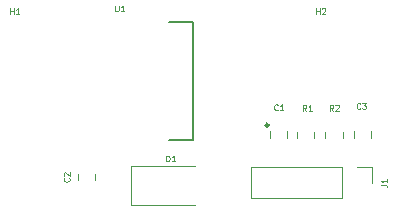
<source format=gbr>
%TF.GenerationSoftware,KiCad,Pcbnew,(6.0.8)*%
%TF.CreationDate,2023-02-11T17:00:45+01:00*%
%TF.ProjectId,BTS50010_TestBoard,42545335-3030-4313-905f-54657374426f,rev?*%
%TF.SameCoordinates,Original*%
%TF.FileFunction,Legend,Top*%
%TF.FilePolarity,Positive*%
%FSLAX46Y46*%
G04 Gerber Fmt 4.6, Leading zero omitted, Abs format (unit mm)*
G04 Created by KiCad (PCBNEW (6.0.8)) date 2023-02-11 17:00:45*
%MOMM*%
%LPD*%
G01*
G04 APERTURE LIST*
%ADD10C,0.125000*%
%ADD11C,0.120000*%
%ADD12C,0.127000*%
%ADD13C,0.250000*%
G04 APERTURE END LIST*
D10*
%TO.C,R1*%
X60252416Y-35569690D02*
X60085750Y-35331595D01*
X59966702Y-35569690D02*
X59966702Y-35069690D01*
X60157178Y-35069690D01*
X60204797Y-35093500D01*
X60228607Y-35117309D01*
X60252416Y-35164928D01*
X60252416Y-35236357D01*
X60228607Y-35283976D01*
X60204797Y-35307785D01*
X60157178Y-35331595D01*
X59966702Y-35331595D01*
X60728607Y-35569690D02*
X60442892Y-35569690D01*
X60585750Y-35569690D02*
X60585750Y-35069690D01*
X60538130Y-35141119D01*
X60490511Y-35188738D01*
X60442892Y-35212547D01*
%TO.C,R2*%
X62527666Y-35553690D02*
X62361000Y-35315595D01*
X62241952Y-35553690D02*
X62241952Y-35053690D01*
X62432428Y-35053690D01*
X62480047Y-35077500D01*
X62503857Y-35101309D01*
X62527666Y-35148928D01*
X62527666Y-35220357D01*
X62503857Y-35267976D01*
X62480047Y-35291785D01*
X62432428Y-35315595D01*
X62241952Y-35315595D01*
X62718142Y-35101309D02*
X62741952Y-35077500D01*
X62789571Y-35053690D01*
X62908619Y-35053690D01*
X62956238Y-35077500D01*
X62980047Y-35101309D01*
X63003857Y-35148928D01*
X63003857Y-35196547D01*
X62980047Y-35267976D01*
X62694333Y-35553690D01*
X63003857Y-35553690D01*
%TO.C,H2*%
X61087047Y-27364190D02*
X61087047Y-26864190D01*
X61087047Y-27102285D02*
X61372761Y-27102285D01*
X61372761Y-27364190D02*
X61372761Y-26864190D01*
X61587047Y-26911809D02*
X61610857Y-26888000D01*
X61658476Y-26864190D01*
X61777523Y-26864190D01*
X61825142Y-26888000D01*
X61848952Y-26911809D01*
X61872761Y-26959428D01*
X61872761Y-27007047D01*
X61848952Y-27078476D01*
X61563238Y-27364190D01*
X61872761Y-27364190D01*
%TO.C,C2*%
X40154571Y-41252833D02*
X40178380Y-41276642D01*
X40202190Y-41348071D01*
X40202190Y-41395690D01*
X40178380Y-41467119D01*
X40130761Y-41514738D01*
X40083142Y-41538547D01*
X39987904Y-41562357D01*
X39916476Y-41562357D01*
X39821238Y-41538547D01*
X39773619Y-41514738D01*
X39726000Y-41467119D01*
X39702190Y-41395690D01*
X39702190Y-41348071D01*
X39726000Y-41276642D01*
X39749809Y-41252833D01*
X39749809Y-41062357D02*
X39726000Y-41038547D01*
X39702190Y-40990928D01*
X39702190Y-40871880D01*
X39726000Y-40824261D01*
X39749809Y-40800452D01*
X39797428Y-40776642D01*
X39845047Y-40776642D01*
X39916476Y-40800452D01*
X40202190Y-41086166D01*
X40202190Y-40776642D01*
%TO.C,C1*%
X57828666Y-35463071D02*
X57804857Y-35486880D01*
X57733428Y-35510690D01*
X57685809Y-35510690D01*
X57614380Y-35486880D01*
X57566761Y-35439261D01*
X57542952Y-35391642D01*
X57519142Y-35296404D01*
X57519142Y-35224976D01*
X57542952Y-35129738D01*
X57566761Y-35082119D01*
X57614380Y-35034500D01*
X57685809Y-35010690D01*
X57733428Y-35010690D01*
X57804857Y-35034500D01*
X57828666Y-35058309D01*
X58304857Y-35510690D02*
X58019142Y-35510690D01*
X58162000Y-35510690D02*
X58162000Y-35010690D01*
X58114380Y-35082119D01*
X58066761Y-35129738D01*
X58019142Y-35153547D01*
%TO.C,H1*%
X35179047Y-27364190D02*
X35179047Y-26864190D01*
X35179047Y-27102285D02*
X35464761Y-27102285D01*
X35464761Y-27364190D02*
X35464761Y-26864190D01*
X35964761Y-27364190D02*
X35679047Y-27364190D01*
X35821904Y-27364190D02*
X35821904Y-26864190D01*
X35774285Y-26935619D01*
X35726666Y-26983238D01*
X35679047Y-27007047D01*
%TO.C,C3*%
X64824416Y-35357571D02*
X64800607Y-35381380D01*
X64729178Y-35405190D01*
X64681559Y-35405190D01*
X64610130Y-35381380D01*
X64562511Y-35333761D01*
X64538702Y-35286142D01*
X64514892Y-35190904D01*
X64514892Y-35119476D01*
X64538702Y-35024238D01*
X64562511Y-34976619D01*
X64610130Y-34929000D01*
X64681559Y-34905190D01*
X64729178Y-34905190D01*
X64800607Y-34929000D01*
X64824416Y-34952809D01*
X64991083Y-34905190D02*
X65300607Y-34905190D01*
X65133940Y-35095666D01*
X65205369Y-35095666D01*
X65252988Y-35119476D01*
X65276797Y-35143285D01*
X65300607Y-35190904D01*
X65300607Y-35309952D01*
X65276797Y-35357571D01*
X65252988Y-35381380D01*
X65205369Y-35405190D01*
X65062511Y-35405190D01*
X65014892Y-35381380D01*
X64991083Y-35357571D01*
%TO.C,U1*%
X44069047Y-26650190D02*
X44069047Y-27054952D01*
X44092857Y-27102571D01*
X44116666Y-27126380D01*
X44164285Y-27150190D01*
X44259523Y-27150190D01*
X44307142Y-27126380D01*
X44330952Y-27102571D01*
X44354761Y-27054952D01*
X44354761Y-26650190D01*
X44854761Y-27150190D02*
X44569047Y-27150190D01*
X44711904Y-27150190D02*
X44711904Y-26650190D01*
X44664285Y-26721619D01*
X44616666Y-26769238D01*
X44569047Y-26793047D01*
%TO.C,D1*%
X48398952Y-39850190D02*
X48398952Y-39350190D01*
X48518000Y-39350190D01*
X48589428Y-39374000D01*
X48637047Y-39421619D01*
X48660857Y-39469238D01*
X48684666Y-39564476D01*
X48684666Y-39635904D01*
X48660857Y-39731142D01*
X48637047Y-39778761D01*
X48589428Y-39826380D01*
X48518000Y-39850190D01*
X48398952Y-39850190D01*
X49160857Y-39850190D02*
X48875142Y-39850190D01*
X49018000Y-39850190D02*
X49018000Y-39350190D01*
X48970380Y-39421619D01*
X48922761Y-39469238D01*
X48875142Y-39493047D01*
%TO.C,J1*%
X66572190Y-41822666D02*
X66929333Y-41822666D01*
X67000761Y-41846476D01*
X67048380Y-41894095D01*
X67072190Y-41965523D01*
X67072190Y-42013142D01*
X67072190Y-41322666D02*
X67072190Y-41608380D01*
X67072190Y-41465523D02*
X66572190Y-41465523D01*
X66643619Y-41513142D01*
X66691238Y-41560761D01*
X66715047Y-41608380D01*
D11*
%TO.C,R1*%
X60933000Y-37380936D02*
X60933000Y-37835064D01*
X59463000Y-37380936D02*
X59463000Y-37835064D01*
%TO.C,R2*%
X61865250Y-37835064D02*
X61865250Y-37380936D01*
X63335250Y-37835064D02*
X63335250Y-37380936D01*
%TO.C,C2*%
X42391000Y-41430752D02*
X42391000Y-40908248D01*
X40921000Y-41430752D02*
X40921000Y-40908248D01*
%TO.C,C1*%
X58647000Y-37309248D02*
X58647000Y-37831752D01*
X57177000Y-37309248D02*
X57177000Y-37831752D01*
%TO.C,C3*%
X65759000Y-37831752D02*
X65759000Y-37309248D01*
X64289000Y-37831752D02*
X64289000Y-37309248D01*
D12*
%TO.C,U1*%
X50685000Y-28020000D02*
X50685000Y-38020000D01*
X50685000Y-38020000D02*
X48655000Y-38020000D01*
X50685000Y-28020000D02*
X48655000Y-28020000D01*
D13*
X57060000Y-36770000D02*
G75*
G03*
X57060000Y-36770000I-125000J0D01*
G01*
D11*
%TO.C,D1*%
X45400000Y-43560000D02*
X50800000Y-43560000D01*
X45400000Y-40260000D02*
X50800000Y-40260000D01*
X45400000Y-40260000D02*
X45400000Y-43560000D01*
%TO.C,J1*%
X55566000Y-40326000D02*
X55566000Y-42986000D01*
X64516000Y-40326000D02*
X65846000Y-40326000D01*
X65846000Y-40326000D02*
X65846000Y-41656000D01*
X63246000Y-40326000D02*
X63246000Y-42986000D01*
X63246000Y-42986000D02*
X55566000Y-42986000D01*
X63246000Y-40326000D02*
X55566000Y-40326000D01*
%TD*%
M02*

</source>
